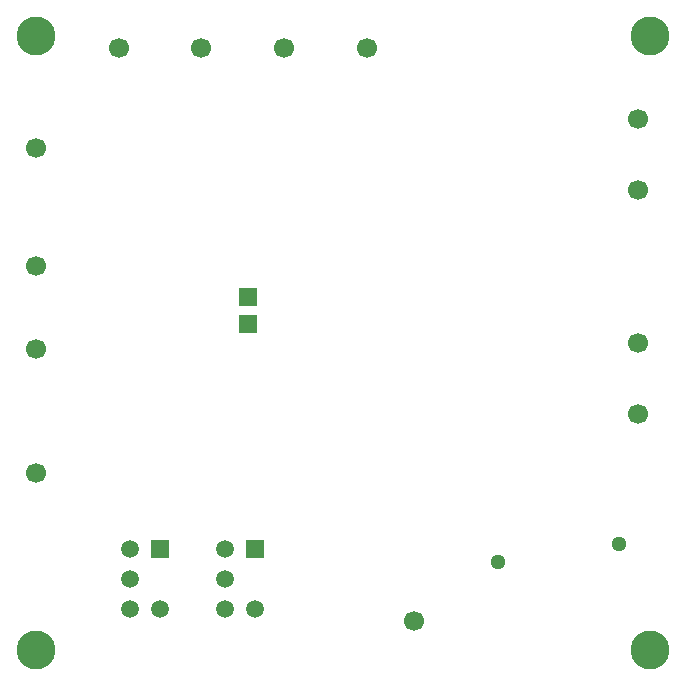
<source format=gbs>
G04 Output by ViewMate Pro V11.6.20  PentaLogix*
G04 Fri Sep 23 13:45:53 2016*
%FSLAX25Y25*%
%MOIN*%
%IPPOS*%
%ADD126C,0.1299*%
%ADD127C,0.0669*%
%ADD128R,0.063X0.063*%
%ADD129R,0.0591X0.0591*%
%ADD130C,0.0591*%
%ADD131C,0.0512*%

%LPD*%
X0Y0D2*D126*G1X16145Y220865D3*X220865D3*Y16145D3*X16145D3*D127*X16145Y183465D3*Y144095D3*Y116535D3*Y75195D3*X142125Y25985D3*X216935Y94885D3*Y118505D3*Y169685D3*Y193305D3*X126375Y216935D3*X98825D3*X71265D3*X43705D3*D128*X87005Y124805D3*Y133855D3*D129*X57565Y49765D3*X89055D3*D130*X79055Y49765D3*Y39765D3*X89055Y29765D3*X79055D3*X57565D3*X47565D3*Y39765D3*Y49765D3*D131*X210435Y51575D3*X170275Y45675D3*X0Y0D2*M02*
</source>
